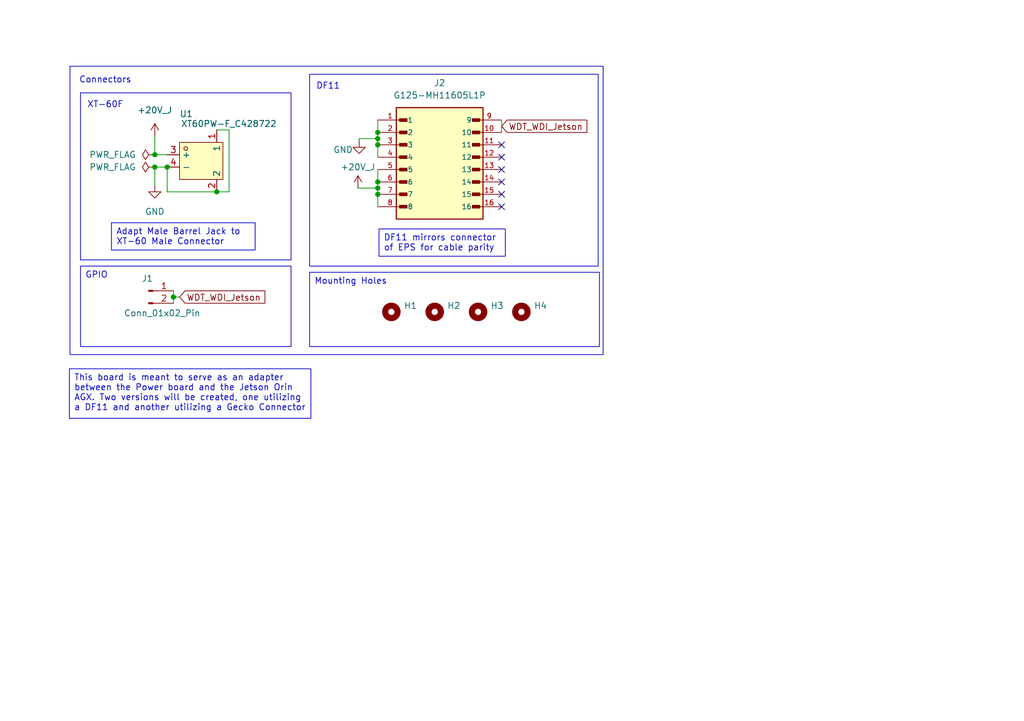
<source format=kicad_sch>
(kicad_sch (version 20250114) (generator "eeschema") (generator_version "9.0")
  (paper "A5")
  (title_block (title "Jetson Power and I/O Adapter") (date "2025-08-01"))
  (lib_symbols
    (symbol "Connector:Conn_01x02_Pin" (pin_names (offset 1.016) (hide yes))
      (property "Reference" "J" (at 0 2.54 0))
      (property "Value" "Conn_01x02_Pin" (at 0 -5.08 0))
      (symbol "Conn_01x02_Pin_1_1"
        (rectangle (start 0.8636 0.127) (end 0 -0.127) (stroke (width 0.1524)) (fill (type outline)))
        (rectangle (start 0.8636 -2.413) (end 0 -2.667) (stroke (width 0.1524)) (fill (type outline)))
        (polyline (pts (xy 1.27 0) (xy 0.8636 0)) (stroke (width 0.1524)))
        (polyline (pts (xy 1.27 -2.54) (xy 0.8636 -2.54)) (stroke (width 0.1524)))
        (pin passive line (at 5.08 0 180) (length 3.81) (name "Pin_1") (number "1"))
        (pin passive line (at 5.08 -2.54 180) (length 3.81) (name "Pin_2") (number "2"))
      )
    )
    (symbol "Mechanical:MountingHole" (pin_names (offset 1.016)) (in_bom no)
      (property "Reference" "H" (at 0 5.08 0))
      (property "Value" "MountingHole" (at 0 3.175 0))
      (symbol "MountingHole_0_1"
        (circle (center 0 0) (radius 1.27) (stroke (width 1.27)))
      )
    )
    (symbol "jetson_adapter_syms:G125-MH11605L1P" (pin_names (offset 1.016))
      (property "Reference" "J" (at -9.39 12.7 0))
      (property "Value" "G125-MH11605L1P" (at -8.89 -12.7 0))
      (symbol "G125-MH11605L1P_0_0"
        (rectangle (start -8.89 12.7) (end 8.89 -10.16) (stroke (width 0.254)) (fill (type background)))
        (rectangle (start -8.255 9.8425) (end -6.6675 10.4775) (stroke (width 0.1)) (fill (type outline)))
        (rectangle (start -8.255 7.3025) (end -6.6675 7.9375) (stroke (width 0.1)) (fill (type outline)))
        (rectangle (start -8.255 4.7625) (end -6.6675 5.3975) (stroke (width 0.1)) (fill (type outline)))
        (rectangle (start -8.255 2.2225) (end -6.6675 2.8575) (stroke (width 0.1)) (fill (type outline)))
        (rectangle (start -8.255 -0.3175) (end -6.6675 0.3175) (stroke (width 0.1)) (fill (type outline)))
        (rectangle (start -8.255 -2.8575) (end -6.6675 -2.2225) (stroke (width 0.1)) (fill (type outline)))
        (rectangle (start -8.255 -5.3975) (end -6.6675 -4.7625) (stroke (width 0.1)) (fill (type outline)))
        (rectangle (start -8.255 -7.9375) (end -6.6675 -7.3025) (stroke (width 0.1)) (fill (type outline)))
        (rectangle (start 8.255 9.8425) (end 6.6675 10.4775) (stroke (width 0.1)) (fill (type outline)))
        (rectangle (start 8.255 7.3025) (end 6.6675 7.9375) (stroke (width 0.1)) (fill (type outline)))
        (rectangle (start 8.255 4.7625) (end 6.6675 5.3975) (stroke (width 0.1)) (fill (type outline)))
        (rectangle (start 8.255 2.2225) (end 6.6675 2.8575) (stroke (width 0.1)) (fill (type outline)))
        (rectangle (start 8.255 -0.3175) (end 6.6675 0.3175) (stroke (width 0.1)) (fill (type outline)))
        (rectangle (start 8.255 -2.8575) (end 6.6675 -2.2225) (stroke (width 0.1)) (fill (type outline)))
        (rectangle (start 8.255 -5.3975) (end 6.6675 -4.7625) (stroke (width 0.1)) (fill (type outline)))
        (rectangle (start 8.255 -7.9375) (end 6.6675 -7.3025) (stroke (width 0.1)) (fill (type outline)))
        (pin passive line (at -12.7 10.16 0) (length 5.08) (name "1") (number "1"))
        (pin passive line (at -12.7 7.62 0) (length 5.08) (name "2") (number "2"))
        (pin passive line (at -12.7 5.08 0) (length 5.08) (name "3") (number "3"))
        (pin passive line (at -12.7 2.54 0) (length 5.08) (name "4") (number "4"))
        (pin passive line (at -12.7 0 0) (length 5.08) (name "5") (number "5"))
        (pin passive line (at -12.7 -2.54 0) (length 5.08) (name "6") (number "6"))
        (pin passive line (at -12.7 -5.08 0) (length 5.08) (name "7") (number "7"))
        (pin passive line (at -12.7 -7.62 0) (length 5.08) (name "8") (number "8"))
        (pin passive line (at 12.7 10.16 180) (length 5.08) (name "9") (number "9"))
        (pin passive line (at 12.7 7.62 180) (length 5.08) (name "10") (number "10"))
        (pin passive line (at 12.7 5.08 180) (length 5.08) (name "11") (number "11"))
        (pin passive line (at 12.7 2.54 180) (length 5.08) (name "12") (number "12"))
        (pin passive line (at 12.7 0 180) (length 5.08) (name "13") (number "13"))
        (pin passive line (at 12.7 -2.54 180) (length 5.08) (name "14") (number "14"))
        (pin passive line (at 12.7 -5.08 180) (length 5.08) (name "15") (number "15"))
        (pin passive line (at 12.7 -7.62 180) (length 5.08) (name "16") (number "16"))
      )
    )
    (symbol "jetson_adapter_syms:XT60PW-F_C428722"
      (property "Reference" "U" (at 0 10.16 0))
      (property "Value" "XT60PW-F_C428722" (at 0 -12.7 0))
      (symbol "XT60PW-F_C428722_0_1"
        (rectangle (start -7.62 2.54) (end 1.27 -5.08) (fill (type background)))
        (circle (center -6.35 1.27) (radius 0.38))
        (pin unspecified line (at -10.16 0 0) (length 2.54) (name "+") (number "3"))
        (pin unspecified line (at -10.16 -2.54 0) (length 2.54) (name "-") (number "4"))
        (pin unspecified line (at 0 5.08 270) (length 2.54) (name "1") (number "1"))
        (pin unspecified line (at 0 -7.62 90) (length 2.54) (name "2") (number "2"))
      )
    )
    (symbol "power:GND" (power) (pin_numbers (hide yes)) (pin_names (offset 0) (hide yes))
      (property "Value" "GND" (at 0 -3.81 0))
      (symbol "GND_0_1"
        (polyline (pts (xy 0 0) (xy 0 -1.27) (xy 1.27 -1.27) (xy 0 -2.54) (xy -1.27 -1.27) (xy 0 -1.27)))
      )
      (symbol "GND_1_1"
        (pin power_in line (at 0 0 270) (length 0) (name "~") (number "1"))
      )
    )
    (symbol "power:PWR_FLAG" (power) (pin_numbers (hide yes)) (pin_names (offset 0) (hide yes))
      (property "Value" "PWR_FLAG" (at 0 3.81 0))
      (symbol "PWR_FLAG_0_0"
        (pin power_out line (at 0 0 90) (length 0) (name "~") (number "1"))
      )
      (symbol "PWR_FLAG_0_1"
        (polyline (pts (xy 0 0) (xy 0 1.27) (xy -1.016 1.905) (xy 0 2.54) (xy 1.016 1.905) (xy 0 1.27)))
      )
    )
    (symbol "power:VCC" (power) (pin_numbers (hide yes)) (pin_names (offset 0) (hide yes))
      (property "Value" "VCC" (at 0 3.556 0))
      (symbol "VCC_0_1"
        (polyline (pts (xy -0.762 1.27) (xy 0 2.54)))
        (polyline (pts (xy 0 2.54) (xy 0.762 1.27)))
        (polyline (pts (xy 0 0) (xy 0 2.54)))
      )
      (symbol "VCC_1_1"
        (pin power_in line (at 0 0 90) (length 0) (name "~") (number "1"))
      )
    )
  )
  (rectangle (start 14.351 13.589) (end 123.698 72.771))
  (rectangle (start 16.51 19.05) (end 59.69 53.34))
  (rectangle (start 63.5 15.24) (end 122.682 54.61))
  (text "Connectors" (at 21.59 16.51 0) (effects (font (size 1.27 1.27))))
  (text "DF11\n" (at 67.31 17.78 0) (effects (font (size 1.27 1.27))))
  (text "XT-60F" (at 21.59 21.59 0) (effects (font (size 1.27 1.27))))
  (text_box "Adapt Male Barrel Jack to XT-60 Male Connector" (at 22.86 45.72 0) (size 29.464 5.588) (margins 0.9525 0.9525 0.9525 0.9525) (effects (font (size 1.27 1.27)) (justify left top)))
  (text_box "This board is meant to serve as an adapter between the Power board and the Jetson Orin AGX. Two versions will be created, one utilizing a DF11 and another utilizing a Gecko Connector" (at 14.224 75.692 0) (size 49.53 10.16) (margins 0.9525 0.9525 0.9525 0.9525) (effects (font (size 1.27 1.27)) (justify left top)))
  (text_box "GPIO" (at 16.51 54.61 0) (size 43.18 16.51) (margins 0.9525 0.9525 0.9525 0.9525) (effects (font (size 1.27 1.27)) (justify left top)))
  (text_box "Mounting Holes" (at 63.5 55.88 0) (size 59.436 15.24) (margins 0.9525 0.9525 0.9525 0.9525) (effects (font (size 1.27 1.27)) (justify left top)))
  (text_box "DF11 mirrors connector of EPS for cable parity" (at 77.724 46.99 0) (size 25.908 5.588) (margins 0.9525 0.9525 0.9525 0.9525) (effects (font (size 1.27 1.27)) (justify left top)))
  (junction (at 44.45 39.37))
  (junction (at 77.47 29.718))
  (junction (at 77.47 38.608))
  (junction (at 35.56 60.96))
  (junction (at 34.29 34.29))
  (junction (at 77.47 28.448))
  (junction (at 77.47 37.338))
  (junction (at 77.47 39.878))
  (junction (at 31.75 34.29))
  (junction (at 31.75 31.75))
  (junction (at 77.47 27.178))
  (no_connect (at 102.87 29.718))
  (no_connect (at 102.87 37.338))
  (no_connect (at 102.87 34.798))
  (no_connect (at 102.87 42.418))
  (no_connect (at 102.87 32.258))
  (no_connect (at 102.87 39.878))
  (wire (pts (xy 77.47 24.638) (xy 77.47 27.178)))
  (wire (pts (xy 77.47 27.178) (xy 77.47 28.448)))
  (wire (pts (xy 31.75 27.94) (xy 31.75 31.75)))
  (wire (pts (xy 35.56 59.69) (xy 35.56 60.96)))
  (wire (pts (xy 77.47 37.338) (xy 77.47 38.608)))
  (wire (pts (xy 77.47 38.608) (xy 77.47 39.878)))
  (wire (pts (xy 46.99 26.67) (xy 46.99 39.37)))
  (wire (pts (xy 77.47 39.878) (xy 77.47 42.418)))
  (wire (pts (xy 73.66 28.956) (xy 73.66 28.448)))
  (wire (pts (xy 73.406 38.608) (xy 77.47 38.608)))
  (wire (pts (xy 35.56 60.96) (xy 35.56 62.23)))
  (wire (pts (xy 77.47 29.718) (xy 77.47 32.258)))
  (wire (pts (xy 73.66 28.448) (xy 77.47 28.448)))
  (wire (pts (xy 44.45 26.67) (xy 46.99 26.67)))
  (wire (pts (xy 77.47 28.448) (xy 77.47 29.718)))
  (wire (pts (xy 34.29 39.37) (xy 44.45 39.37)))
  (wire (pts (xy 34.29 34.29) (xy 34.29 39.37)))
  (wire (pts (xy 77.47 34.798) (xy 77.47 37.338)))
  (wire (pts (xy 31.75 34.29) (xy 31.75 38.1)))
  (wire (pts (xy 34.29 34.29) (xy 31.75 34.29)))
  (wire (pts (xy 102.87 24.638) (xy 102.87 27.178)))
  (wire (pts (xy 31.75 31.75) (xy 34.29 31.75)))
  (wire (pts (xy 35.56 60.96) (xy 36.83 60.96)))
  (wire (pts (xy 46.99 39.37) (xy 44.45 39.37)))
  (global_label "WDT_WDI_Jetson" (shape input) (at 102.87 25.908 0) (property "Intersheetrefs" "${INTERSHEET_REFS}" (effects (hide yes))))
  (global_label "WDT_WDI_Jetson" (shape input) (at 36.83 60.96 0) (property "Intersheetrefs" "${INTERSHEET_REFS}" (effects (hide yes))))
  (symbol (lib_id "Mechanical:MountingHole") (at 80.264 64.008 0) (unit 1) (in_bom no)
    (property "Reference" "H1" (at 82.804 62.7379 0) (effects (justify left)))
    (property "Value" "MountingHole" (effects (hide yes)))
    (property "Footprint" "MountingHole:MountingHole_3.2mm_M3" (effects (hide yes)))
    (property "Description" "Mounting Hole without connection" (effects (hide yes)))
  )
  (symbol (lib_id "Connector:Conn_01x02_Pin") (at 30.48 59.69 0) (unit 1)
    (property "Reference" "J1" (at 30.226 57.15 0))
    (property "Value" "Conn_01x02_Pin" (at 33.274 64.262 0))
    (property "Footprint" "Connector_PinHeader_2.54mm:PinHeader_1x02_P2.54mm_Vertical" (effects (hide yes)))
    (property "Description" "Generic connector, single row, 01x02, script generated" (effects (hide yes)))
  )
  (symbol (lib_id "Mechanical:MountingHole") (at 98.044 64.008 0) (unit 1) (in_bom no)
    (property "Reference" "H3" (at 100.584 62.7379 0) (effects (justify left)))
    (property "Value" "MountingHole" (effects (hide yes)))
    (property "Footprint" "MountingHole:MountingHole_3.2mm_M3" (effects (hide yes)))
    (property "Description" "Mounting Hole without connection" (effects (hide yes)))
  )
  (symbol (lib_id "power:PWR_FLAG") (at 31.75 31.75 90) (unit 1)
    (property "Reference" "#FLG01" (effects (hide yes)))
    (property "Value" "PWR_FLAG" (at 27.94 31.7499 90) (effects (justify left)))
    (property "Description" "Special symbol for telling ERC where power comes from" (effects (hide yes)))
  )
  (symbol (lib_id "power:PWR_FLAG") (at 31.75 34.29 90) (unit 1)
    (property "Reference" "#FLG02" (effects (hide yes)))
    (property "Value" "PWR_FLAG" (at 27.94 34.2899 90) (effects (justify left)))
    (property "Description" "Special symbol for telling ERC where power comes from" (effects (hide yes)))
  )
  (symbol (lib_id "power:VCC") (at 31.75 27.94 0) (unit 1)
    (property "Reference" "#PWR02" (effects (hide yes)))
    (property "Value" "+20V_J" (at 31.75 22.606 0))
    (property "Description" "Power symbol creates a global label with name \"VCC\"" (effects (hide yes)))
  )
  (symbol (lib_id "jetson_adapter_syms:G125-MH11605L1P") (at 90.17 34.798 0) (unit 1)
    (property "Reference" "J2" (at 90.17 17.018 0))
    (property "Value" "G125-MH11605L1P" (at 90.17 19.558 0))
    (property "Footprint" "jetson_adapter_foots:HARWIN_G125-MH11605L1P" (effects (hide yes)))
    (property "MANUFACTURER" "HARWIN" (effects (hide yes)))
  )
  (symbol (lib_id "jetson_adapter_syms:XT60PW-F_C428722") (at 44.45 31.75 0) (unit 1)
    (property "Reference" "U1" (at 36.83 23.368 0) (effects (justify left)))
    (property "Value" "XT60PW-F_C428722" (at 37.084 25.4 0) (effects (justify left)))
    (property "Footprint" "jetson_adapter_foots:TH_2P-XT60PW-F" (effects (hide yes)))
    (property "LCSC Part" "C428722" (effects (hide yes)))
  )
  (symbol (lib_id "Mechanical:MountingHole") (at 89.154 64.008 0) (unit 1) (in_bom no)
    (property "Reference" "H2" (at 91.694 62.7379 0) (effects (justify left)))
    (property "Value" "MountingHole" (effects (hide yes)))
    (property "Footprint" "MountingHole:MountingHole_3.2mm_M3" (effects (hide yes)))
    (property "Description" "Mounting Hole without connection" (effects (hide yes)))
  )
  (symbol (lib_id "Mechanical:MountingHole") (at 106.934 64.008 0) (unit 1) (in_bom no)
    (property "Reference" "H4" (at 109.474 62.7379 0) (effects (justify left)))
    (property "Value" "MountingHole" (effects (hide yes)))
    (property "Footprint" "MountingHole:MountingHole_3.2mm_M3" (effects (hide yes)))
    (property "Description" "Mounting Hole without connection" (effects (hide yes)))
  )
  (symbol (lib_id "power:GND") (at 31.75 38.1 0) (unit 1)
    (property "Reference" "#PWR01" (effects (hide yes)))
    (property "Value" "GND" (at 31.75 43.434 0))
    (property "Description" "Power symbol creates a global label with name \"GND\" , ground" (effects (hide yes)))
  )
  (symbol (lib_id "power:VCC") (at 73.406 38.608 0) (unit 1)
    (property "Reference" "#PWR03" (effects (hide yes)))
    (property "Value" "+20V_J" (at 73.406 34.29 0))
    (property "Description" "Power symbol creates a global label with name \"VCC\"" (effects (hide yes)))
  )
  (symbol (lib_id "power:GND") (at 73.66 28.956 0) (unit 1)
    (property "Reference" "#PWR04" (effects (hide yes)))
    (property "Value" "GND" (at 70.358 30.734 0))
    (property "Description" "Power symbol creates a global label with name \"GND\" , ground" (effects (hide yes)))
  )
)
</source>
